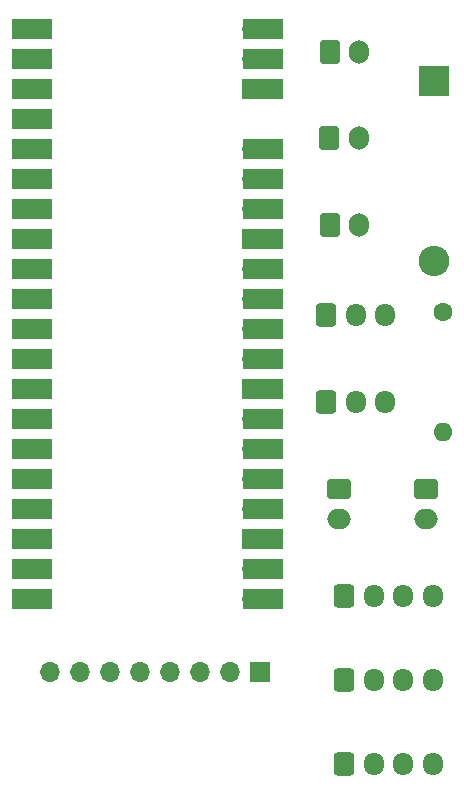
<source format=gbr>
%TF.GenerationSoftware,KiCad,Pcbnew,7.0.2*%
%TF.CreationDate,2023-09-09T23:31:49+02:00*%
%TF.ProjectId,Husvagn,48757376-6167-46e2-9e6b-696361645f70,rev?*%
%TF.SameCoordinates,Original*%
%TF.FileFunction,Soldermask,Top*%
%TF.FilePolarity,Negative*%
%FSLAX46Y46*%
G04 Gerber Fmt 4.6, Leading zero omitted, Abs format (unit mm)*
G04 Created by KiCad (PCBNEW 7.0.2) date 2023-09-09 23:31:49*
%MOMM*%
%LPD*%
G01*
G04 APERTURE LIST*
G04 Aperture macros list*
%AMRoundRect*
0 Rectangle with rounded corners*
0 $1 Rounding radius*
0 $2 $3 $4 $5 $6 $7 $8 $9 X,Y pos of 4 corners*
0 Add a 4 corners polygon primitive as box body*
4,1,4,$2,$3,$4,$5,$6,$7,$8,$9,$2,$3,0*
0 Add four circle primitives for the rounded corners*
1,1,$1+$1,$2,$3*
1,1,$1+$1,$4,$5*
1,1,$1+$1,$6,$7*
1,1,$1+$1,$8,$9*
0 Add four rect primitives between the rounded corners*
20,1,$1+$1,$2,$3,$4,$5,0*
20,1,$1+$1,$4,$5,$6,$7,0*
20,1,$1+$1,$6,$7,$8,$9,0*
20,1,$1+$1,$8,$9,$2,$3,0*%
G04 Aperture macros list end*
%ADD10RoundRect,0.250000X-0.600000X-0.725000X0.600000X-0.725000X0.600000X0.725000X-0.600000X0.725000X0*%
%ADD11O,1.700000X1.950000*%
%ADD12RoundRect,0.250000X-0.750000X0.600000X-0.750000X-0.600000X0.750000X-0.600000X0.750000X0.600000X0*%
%ADD13O,2.000000X1.700000*%
%ADD14O,1.700000X1.700000*%
%ADD15R,3.500000X1.700000*%
%ADD16R,1.700000X1.700000*%
%ADD17R,2.600000X2.600000*%
%ADD18O,2.600000X2.600000*%
%ADD19RoundRect,0.250000X-0.600000X-0.750000X0.600000X-0.750000X0.600000X0.750000X-0.600000X0.750000X0*%
%ADD20O,1.700000X2.000000*%
%ADD21C,1.600000*%
%ADD22O,1.600000X1.600000*%
G04 APERTURE END LIST*
D10*
%TO.C,Screen3*%
X161156000Y-129413000D03*
D11*
X163656000Y-129413000D03*
X166156000Y-129413000D03*
X168656000Y-129413000D03*
%TD*%
D10*
%TO.C,Screen2*%
X161156000Y-122301000D03*
D11*
X163656000Y-122301000D03*
X166156000Y-122301000D03*
X168656000Y-122301000D03*
%TD*%
D10*
%TO.C,J3*%
X159639000Y-98806000D03*
D11*
X162139000Y-98806000D03*
X164639000Y-98806000D03*
%TD*%
D12*
%TO.C,ScreenSW3*%
X168038000Y-106192000D03*
D13*
X168038000Y-108692000D03*
%TD*%
D14*
%TO.C,U1*%
X135594000Y-67233000D03*
D15*
X134694000Y-67233000D03*
D14*
X135594000Y-69773000D03*
D15*
X134694000Y-69773000D03*
D16*
X135594000Y-72313000D03*
D15*
X134694000Y-72313000D03*
D14*
X135594000Y-74853000D03*
D15*
X134694000Y-74853000D03*
D14*
X135594000Y-77393000D03*
D15*
X134694000Y-77393000D03*
D14*
X135594000Y-79933000D03*
D15*
X134694000Y-79933000D03*
D14*
X135594000Y-82473000D03*
D15*
X134694000Y-82473000D03*
D16*
X135594000Y-85013000D03*
D15*
X134694000Y-85013000D03*
D14*
X135594000Y-87553000D03*
D15*
X134694000Y-87553000D03*
D14*
X135594000Y-90093000D03*
D15*
X134694000Y-90093000D03*
D14*
X135594000Y-92633000D03*
D15*
X134694000Y-92633000D03*
D14*
X135594000Y-95173000D03*
D15*
X134694000Y-95173000D03*
D16*
X135594000Y-97713000D03*
D15*
X134694000Y-97713000D03*
D14*
X135594000Y-100253000D03*
D15*
X134694000Y-100253000D03*
D14*
X135594000Y-102793000D03*
D15*
X134694000Y-102793000D03*
D14*
X135594000Y-105333000D03*
D15*
X134694000Y-105333000D03*
D14*
X135594000Y-107873000D03*
D15*
X134694000Y-107873000D03*
D16*
X135594000Y-110413000D03*
D15*
X134694000Y-110413000D03*
D14*
X135594000Y-112953000D03*
D15*
X134694000Y-112953000D03*
D14*
X135594000Y-115493000D03*
D15*
X134694000Y-115493000D03*
D14*
X153374000Y-115493000D03*
D15*
X154274000Y-115493000D03*
D14*
X153374000Y-112953000D03*
D15*
X154274000Y-112953000D03*
D16*
X153374000Y-110413000D03*
D15*
X154274000Y-110413000D03*
D14*
X153374000Y-107873000D03*
D15*
X154274000Y-107873000D03*
D14*
X153374000Y-105333000D03*
D15*
X154274000Y-105333000D03*
D14*
X153374000Y-102793000D03*
D15*
X154274000Y-102793000D03*
D14*
X153374000Y-100253000D03*
D15*
X154274000Y-100253000D03*
D16*
X153374000Y-97713000D03*
D15*
X154274000Y-97713000D03*
D14*
X153374000Y-95173000D03*
D15*
X154274000Y-95173000D03*
D14*
X153374000Y-92633000D03*
D15*
X154274000Y-92633000D03*
D14*
X153374000Y-90093000D03*
D15*
X154274000Y-90093000D03*
D14*
X153374000Y-87553000D03*
D15*
X154274000Y-87553000D03*
D16*
X153374000Y-85013000D03*
D15*
X154274000Y-85013000D03*
D14*
X153374000Y-82473000D03*
D15*
X154274000Y-82473000D03*
D14*
X153374000Y-79933000D03*
D15*
X154274000Y-79933000D03*
D14*
X153374000Y-77393000D03*
D15*
X154274000Y-77393000D03*
D16*
X153374000Y-72313000D03*
D15*
X154274000Y-72313000D03*
D14*
X153374000Y-69773000D03*
D15*
X154274000Y-69773000D03*
D14*
X153374000Y-67233000D03*
D15*
X154274000Y-67233000D03*
%TD*%
D10*
%TO.C,J1*%
X159639000Y-91440000D03*
D11*
X162139000Y-91440000D03*
X164639000Y-91440000D03*
%TD*%
D17*
%TO.C,D1*%
X168783000Y-71628000D03*
D18*
X168783000Y-86868000D03*
%TD*%
D11*
%TO.C,Screen1*%
X168663000Y-115189000D03*
X166163000Y-115189000D03*
X163663000Y-115189000D03*
D10*
X161163000Y-115189000D03*
%TD*%
D19*
%TO.C,ScreenSW1*%
X159933000Y-83820000D03*
D20*
X162433000Y-83820000D03*
%TD*%
D19*
%TO.C,Power1*%
X159893000Y-76454000D03*
D20*
X162393000Y-76454000D03*
%TD*%
D12*
%TO.C,ScreenSW2*%
X160672000Y-106192000D03*
D13*
X160672000Y-108692000D03*
%TD*%
D16*
%TO.C,MPU6050*%
X154051000Y-121666000D03*
D14*
X151511000Y-121666000D03*
X148971000Y-121666000D03*
X146431000Y-121666000D03*
X143891000Y-121666000D03*
X141351000Y-121666000D03*
X138811000Y-121666000D03*
X136271000Y-121666000D03*
%TD*%
D19*
%TO.C,Switch1*%
X159939000Y-69188000D03*
D20*
X162439000Y-69188000D03*
%TD*%
D21*
%TO.C,R1*%
X169545000Y-91186000D03*
D22*
X169545000Y-101346000D03*
%TD*%
M02*

</source>
